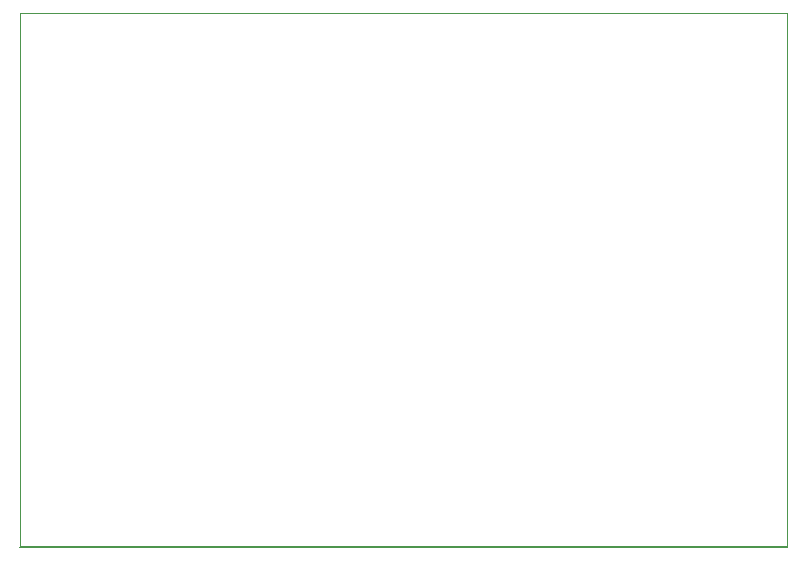
<source format=gbr>
G04 #@! TF.FileFunction,Profile,NP*
%FSLAX46Y46*%
G04 Gerber Fmt 4.6, Leading zero omitted, Abs format (unit mm)*
G04 Created by KiCad (PCBNEW 4.0.7) date 01/29/18 09:34:28*
%MOMM*%
%LPD*%
G01*
G04 APERTURE LIST*
%ADD10C,0.100000*%
%ADD11C,0.200000*%
G04 APERTURE END LIST*
D10*
X93599000Y-77216000D02*
X93599000Y-77343000D01*
X158496000Y-77216000D02*
X93599000Y-77216000D01*
X158496000Y-122428000D02*
X158496000Y-77216000D01*
D11*
X93599000Y-122428000D02*
X158496000Y-122428000D01*
D10*
X93599000Y-77343000D02*
X93599000Y-122428000D01*
M02*

</source>
